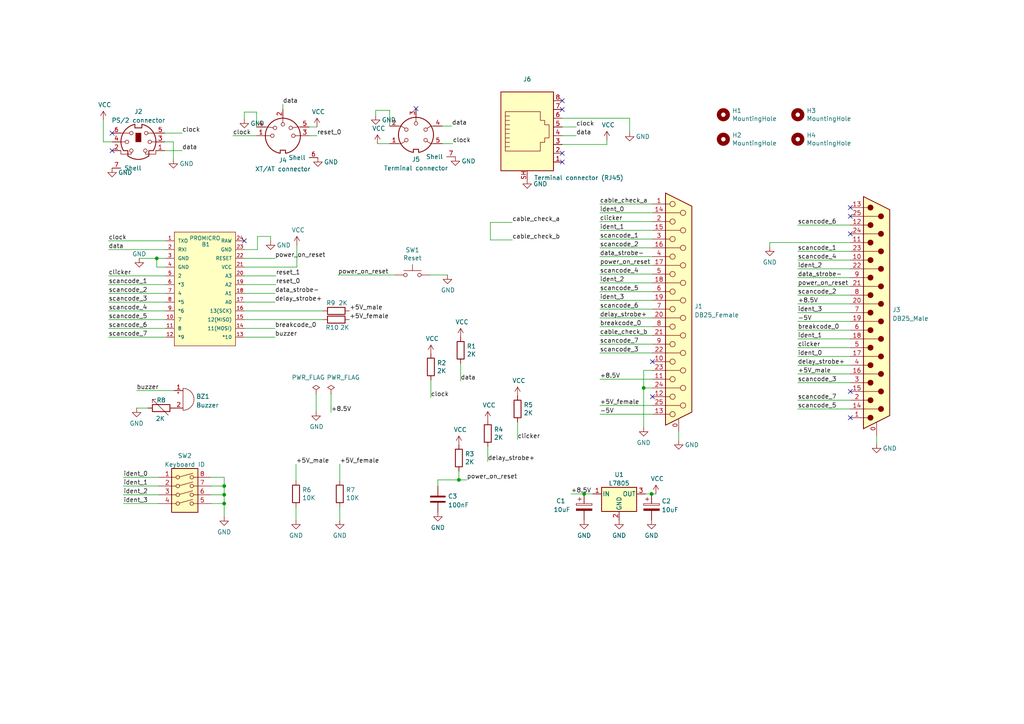
<source format=kicad_sch>
(kicad_sch (version 20211123) (generator eeschema)
  (paper "A4")
  (title_block (title "Save-a-Term ") (date "2022-09-11") (rev "1") (comment 1 "https://github.com/inmbolmie/Save-a-Term") (comment 2 "to plug a PS/2 keyboard to a 5251 terminal") (comment 3 "Hardware for a TMK Reverse keyboard converter "))
  (lib_symbols
    (symbol "Connector:DB25_Female_MountingHoles" (pin_names (offset 1.016) hide)
      (property "Reference" "J" (at 0 36.83 0))
      (property "Value" "DB25_Female_MountingHoles" (at 0 34.925 0))
      (symbol "DB25_Female_MountingHoles_0_1"
        (circle (center -1.778 -30.48) (radius 0.762))
        (circle (center -1.778 -25.4) (radius 0.762))
        (circle (center -1.778 -20.32) (radius 0.762))
        (circle (center -1.778 -15.24) (radius 0.762))
        (circle (center -1.778 -10.16) (radius 0.762))
        (circle (center -1.778 -5.08) (radius 0.762))
        (circle (center -1.778 0) (radius 0.762))
        (circle (center -1.778 5.08) (radius 0.762))
        (circle (center -1.778 10.16) (radius 0.762))
        (circle (center -1.778 15.24) (radius 0.762))
        (circle (center -1.778 20.32) (radius 0.762))
        (circle (center -1.778 25.4) (radius 0.762))
        (circle (center -1.778 30.48) (radius 0.762))
        (polyline (pts (xy -3.81 -30.48) (xy -2.54 -30.48)))
        (polyline (pts (xy -3.81 -27.94) (xy 0.508 -27.94)))
        (polyline (pts (xy -3.81 -25.4) (xy -2.54 -25.4)))
        (polyline (pts (xy -3.81 -22.86) (xy 0.508 -22.86)))
        (polyline (pts (xy -3.81 -20.32) (xy -2.54 -20.32)))
        (polyline (pts (xy -3.81 -17.78) (xy 0.508 -17.78)))
        (polyline (pts (xy -3.81 -15.24) (xy -2.54 -15.24)))
        (polyline (pts (xy -3.81 -12.7) (xy 0.508 -12.7)))
        (polyline (pts (xy -3.81 -10.16) (xy -2.54 -10.16)))
        (polyline (pts (xy -3.81 -7.62) (xy 0.508 -7.62)))
        (polyline (pts (xy -3.81 -5.08) (xy -2.54 -5.08)))
        (polyline (pts (xy -3.81 -2.54) (xy 0.508 -2.54)))
        (polyline (pts (xy -3.81 0) (xy -2.54 0)))
        (polyline (pts (xy -3.81 2.54) (xy 0.508 2.54)))
        (polyline (pts (xy -3.81 5.08) (xy -2.54 5.08)))
        (polyline (pts (xy -3.81 7.62) (xy 0.508 7.62)))
        (polyline (pts (xy -3.81 10.16) (xy -2.54 10.16)))
        (polyline (pts (xy -3.81 12.7) (xy 0.508 12.7)))
        (polyline (pts (xy -3.81 15.24) (xy -2.54 15.24)))
        (polyline (pts (xy -3.81 17.78) (xy 0.508 17.78)))
        (polyline (pts (xy -3.81 20.32) (xy -2.54 20.32)))
        (polyline (pts (xy -3.81 22.86) (xy 0.508 22.86)))
        (polyline (pts (xy -3.81 25.4) (xy -2.54 25.4)))
        (polyline (pts (xy -3.81 27.94) (xy 0.508 27.94)))
        (polyline (pts (xy -3.81 30.48) (xy -2.54 30.48)))
        (polyline (pts (xy -3.81 33.655) (xy 3.81 29.845) (xy 3.81 -29.845) (xy -3.81 -33.655) (xy -3.81 33.655)) (stroke (width 0.254)) (fill (type background)))
        (circle (center 1.27 -27.94) (radius 0.762))
        (circle (center 1.27 -22.86) (radius 0.762))
        (circle (center 1.27 -17.78) (radius 0.762))
        (circle (center 1.27 -12.7) (radius 0.762))
        (circle (center 1.27 -7.62) (radius 0.762))
        (circle (center 1.27 -2.54) (radius 0.762))
        (circle (center 1.27 2.54) (radius 0.762))
        (circle (center 1.27 7.62) (radius 0.762))
        (circle (center 1.27 12.7) (radius 0.762))
        (circle (center 1.27 17.78) (radius 0.762))
        (circle (center 1.27 22.86) (radius 0.762))
        (circle (center 1.27 27.94) (radius 0.762))
      )
      (symbol "DB25_Female_MountingHoles_1_1"
        (pin passive line (at 0 -35.56 90) (length 3.81) (name "PAD") (number "0"))
        (pin passive line (at -7.62 30.48 0) (length 3.81) (name "1") (number "1"))
        (pin passive line (at -7.62 -15.24 0) (length 3.81) (name "10") (number "10"))
        (pin passive line (at -7.62 -20.32 0) (length 3.81) (name "11") (number "11"))
        (pin passive line (at -7.62 -25.4 0) (length 3.81) (name "12") (number "12"))
        (pin passive line (at -7.62 -30.48 0) (length 3.81) (name "13") (number "13"))
        (pin passive line (at -7.62 27.94 0) (length 3.81) (name "P14") (number "14"))
        (pin passive line (at -7.62 22.86 0) (length 3.81) (name "P15") (number "15"))
        (pin passive line (at -7.62 17.78 0) (length 3.81) (name "P16") (number "16"))
        (pin passive line (at -7.62 12.7 0) (length 3.81) (name "P17") (number "17"))
        (pin passive line (at -7.62 7.62 0) (length 3.81) (name "P18") (number "18"))
        (pin passive line (at -7.62 2.54 0) (length 3.81) (name "P19") (number "19"))
        (pin passive line (at -7.62 25.4 0) (length 3.81) (name "2") (number "2"))
        (pin passive line (at -7.62 -2.54 0) (length 3.81) (name "P20") (number "20"))
        (pin passive line (at -7.62 -7.62 0) (length 3.81) (name "P21") (number "21"))
        (pin passive line (at -7.62 -12.7 0) (length 3.81) (name "P22") (number "22"))
        (pin passive line (at -7.62 -17.78 0) (length 3.81) (name "P23") (number "23"))
        (pin passive line (at -7.62 -22.86 0) (length 3.81) (name "P24") (number "24"))
        (pin passive line (at -7.62 -27.94 0) (length 3.81) (name "P25") (number "25"))
        (pin passive line (at -7.62 20.32 0) (length 3.81) (name "3") (number "3"))
        (pin passive line (at -7.62 15.24 0) (length 3.81) (name "4") (number "4"))
        (pin passive line (at -7.62 10.16 0) (length 3.81) (name "5") (number "5"))
        (pin passive line (at -7.62 5.08 0) (length 3.81) (name "6") (number "6"))
        (pin passive line (at -7.62 0 0) (length 3.81) (name "7") (number "7"))
        (pin passive line (at -7.62 -5.08 0) (length 3.81) (name "8") (number "8"))
        (pin passive line (at -7.62 -10.16 0) (length 3.81) (name "9") (number "9"))
      )
    )
    (symbol "Connector:DB25_Male_MountingHoles" (pin_names (offset 1.016) hide)
      (property "Reference" "J" (at 0 36.83 0))
      (property "Value" "DB25_Male_MountingHoles" (at 0 34.925 0))
      (symbol "DB25_Male_MountingHoles_0_1"
        (circle (center -1.778 -30.48) (radius 0.762) (fill (type outline)))
        (circle (center -1.778 -25.4) (radius 0.762) (fill (type outline)))
        (circle (center -1.778 -20.32) (radius 0.762) (fill (type outline)))
        (circle (center -1.778 -15.24) (radius 0.762) (fill (type outline)))
        (circle (center -1.778 -10.16) (radius 0.762) (fill (type outline)))
        (circle (center -1.778 -5.08) (radius 0.762) (fill (type outline)))
        (circle (center -1.778 0) (radius 0.762) (fill (type outline)))
        (circle (center -1.778 5.08) (radius 0.762) (fill (type outline)))
        (circle (center -1.778 10.16) (radius 0.762) (fill (type outline)))
        (circle (center -1.778 15.24) (radius 0.762) (fill (type outline)))
        (circle (center -1.778 20.32) (radius 0.762) (fill (type outline)))
        (circle (center -1.778 25.4) (radius 0.762) (fill (type outline)))
        (circle (center -1.778 30.48) (radius 0.762) (fill (type outline)))
        (polyline (pts (xy -3.81 -30.48) (xy -2.54 -30.48)))
        (polyline (pts (xy -3.81 -27.94) (xy 0.508 -27.94)))
        (polyline (pts (xy -3.81 -25.4) (xy -2.54 -25.4)))
        (polyline (pts (xy -3.81 -22.86) (xy 0.508 -22.86)))
        (polyline (pts (xy -3.81 -20.32) (xy -2.54 -20.32)))
        (polyline (pts (xy -3.81 -17.78) (xy 0.508 -17.78)))
        (polyline (pts (xy -3.81 -15.24) (xy -2.54 -15.24)))
        (polyline (pts (xy -3.81 -12.7) (xy 0.508 -12.7)))
        (polyline (pts (xy -3.81 -10.16) (xy -2.54 -10.16)))
        (polyline (pts (xy -3.81 -7.62) (xy 0.508 -7.62)))
        (polyline (pts (xy -3.81 -5.08) (xy -2.54 -5.08)))
        (polyline (pts (xy -3.81 -2.54) (xy 0.508 -2.54)))
        (polyline (pts (xy -3.81 0) (xy -2.54 0)))
        (polyline (pts (xy -3.81 2.54) (xy 0.508 2.54)))
        (polyline (pts (xy -3.81 5.08) (xy -2.54 5.08)))
        (polyline (pts (xy -3.81 7.62) (xy 0.508 7.62)))
        (polyline (pts (xy -3.81 10.16) (xy -2.54 10.16)))
        (polyline (pts (xy -3.81 12.7) (xy 0.508 12.7)))
        (polyline (pts (xy -3.81 15.24) (xy -2.54 15.24)))
        (polyline (pts (xy -3.81 17.78) (xy 0.508 17.78)))
        (polyline (pts (xy -3.81 20.32) (xy -2.54 20.32)))
        (polyline (pts (xy -3.81 22.86) (xy 0.508 22.86)))
        (polyline (pts (xy -3.81 25.4) (xy -2.54 25.4)))
        (polyline (pts (xy -3.81 27.94) (xy 0.508 27.94)))
        (polyline (pts (xy -3.81 30.48) (xy -2.54 30.48)))
        (polyline (pts (xy -3.81 -33.655) (xy 3.81 -29.845) (xy 3.81 29.845) (xy -3.81 33.655) (xy -3.81 -33.655)) (stroke (width 0.254)) (fill (type background)))
        (circle (center 1.27 -27.94) (radius 0.762) (fill (type outline)))
        (circle (center 1.27 -22.86) (radius 0.762) (fill (type outline)))
        (circle (center 1.27 -17.78) (radius 0.762) (fill (type outline)))
        (circle (center 1.27 -12.7) (radius 0.762) (fill (type outline)))
        (circle (center 1.27 -7.62) (radius 0.762) (fill (type outline)))
        (circle (center 1.27 -2.54) (radius 0.762) (fill (type outline)))
        (circle (center 1.27 2.54) (radius 0.762) (fill (type outline)))
        (circle (center 1.27 7.62) (radius 0.762) (fill (type outline)))
        (circle (center 1.27 12.7) (radius 0.762) (fill (type outline)))
        (circle (center 1.27 17.78) (radius 0.762) (fill (type outline)))
        (circle (center 1.27 22.86) (radius 0.762) (fill (type outline)))
        (circle (center 1.27 27.94) (radius 0.762) (fill (type outline)))
      )
      (symbol "DB25_Male_MountingHoles_1_1"
        (pin passive line (at 0 -35.56 90) (length 3.81) (name "PAD") (number "0"))
        (pin passive line (at -7.62 -30.48 0) (length 3.81) (name "1") (number "1"))
        (pin passive line (at -7.62 15.24 0) (length 3.81) (name "10") (number "10"))
        (pin passive line (at -7.62 20.32 0) (length 3.81) (name "11") (number "11"))
        (pin passive line (at -7.62 25.4 0) (length 3.81) (name "12") (number "12"))
        (pin passive line (at -7.62 30.48 0) (length 3.81) (name "13") (number "13"))
        (pin passive line (at -7.62 -27.94 0) (length 3.81) (name "P14") (number "14"))
        (pin passive line (at -7.62 -22.86 0) (length 3.81) (name "P15") (number "15"))
        (pin passive line (at -7.62 -17.78 0) (length 3.81) (name "P16") (number "16"))
        (pin passive line (at -7.62 -12.7 0) (length 3.81) (name "P17") (number "17"))
        (pin passive line (at -7.62 -7.62 0) (length 3.81) (name "P18") (number "18"))
        (pin passive line (at -7.62 -2.54 0) (length 3.81) (name "P19") (number "19"))
        (pin passive line (at -7.62 -25.4 0) (length 3.81) (name "2") (number "2"))
        (pin passive line (at -7.62 2.54 0) (length 3.81) (name "P20") (number "20"))
        (pin passive line (at -7.62 7.62 0) (length 3.81) (name "P21") (number "21"))
        (pin passive line (at -7.62 12.7 0) (length 3.81) (name "P22") (number "22"))
        (pin passive line (at -7.62 17.78 0) (length 3.81) (name "P23") (number "23"))
        (pin passive line (at -7.62 22.86 0) (length 3.81) (name "P24") (number "24"))
        (pin passive line (at -7.62 27.94 0) (length 3.81) (name "P25") (number "25"))
        (pin passive line (at -7.62 -20.32 0) (length 3.81) (name "3") (number "3"))
        (pin passive line (at -7.62 -15.24 0) (length 3.81) (name "4") (number "4"))
        (pin passive line (at -7.62 -10.16 0) (length 3.81) (name "5") (number "5"))
        (pin passive line (at -7.62 -5.08 0) (length 3.81) (name "6") (number "6"))
        (pin passive line (at -7.62 0 0) (length 3.81) (name "7") (number "7"))
        (pin passive line (at -7.62 5.08 0) (length 3.81) (name "8") (number "8"))
        (pin passive line (at -7.62 10.16 0) (length 3.81) (name "9") (number "9"))
      )
    )
    (symbol "Connector:DIN-5" (pin_names (offset 1.016))
      (property "Reference" "J5" (at 0.0001 -7.1104 0))
      (property "Value" "Terminal connector" (at 0.0001 -9.6473 0))
      (symbol "DIN-5_0_1"
        (arc (start -5.08 0) (mid -3.8597 -3.3379) (end -0.762 -5.08) (stroke (width 0.254)))
        (circle (center -2.794 -1.524) (radius 0.508))
        (circle (center -2.794 1.524) (radius 0.508))
        (polyline (pts (xy 0 5.08) (xy 0 3.81)))
        (polyline (pts (xy -5.08 -2.54) (xy -4.318 -2.54) (xy -3.175 -1.905)))
        (polyline (pts (xy -5.08 2.54) (xy -4.318 2.54) (xy -3.175 1.905)))
        (polyline (pts (xy 5.08 -2.54) (xy 4.318 -2.54) (xy 3.175 -1.905)))
        (polyline (pts (xy 5.08 2.54) (xy 4.318 2.54) (xy 3.175 1.905)))
        (polyline (pts (xy -0.762 -4.953) (xy -0.762 -4.191) (xy 0.762 -4.191) (xy 0.762 -4.953)) (stroke (width 0.254)))
        (circle (center 0 3.302) (radius 0.508))
        (arc (start 0.762 -5.08) (mid 3.8673 -3.3444) (end 5.08 0) (stroke (width 0.254)))
        (circle (center 2.794 -1.524) (radius 0.508))
        (circle (center 2.794 1.524) (radius 0.508))
        (arc (start 5.08 0) (mid 0 5.08) (end -5.08 0) (stroke (width 0.254)))
      )
      (symbol "DIN-5_1_1"
        (pin passive line (at -7.62 -2.54 0) (length 2.54) (name "~") (number "1"))
        (pin passive line (at -7.62 2.54 0) (length 2.54) (name "~") (number "2"))
        (pin passive line (at 0 7.62 270) (length 2.54) (name "~") (number "3"))
        (pin passive line (at 7.62 2.54 180) (length 2.54) (name "~") (number "4"))
        (pin passive line (at 7.62 -2.54 180) (length 2.54) (name "~") (number "5"))
        (pin passive line (at 11.43 -6.35 180) (length 2.54) (name "Shell") (number "7"))
      )
    )
    (symbol "Connector:DIN-5_180degree" (pin_names (offset 1.016))
      (property "Reference" "J4" (at 0.0001 -7.1104 0))
      (property "Value" "XT/AT connector" (at 0.0001 -9.6473 0))
      (symbol "DIN-5_180degree_0_1"
        (arc (start -5.08 0) (mid -3.8597 -3.3379) (end -0.762 -5.08) (stroke (width 0.254)))
        (circle (center -3.048 0) (radius 0.508))
        (circle (center -2.286 2.286) (radius 0.508))
        (polyline (pts (xy -5.08 0) (xy -3.556 0)))
        (polyline (pts (xy 0 5.08) (xy 0 3.81)))
        (polyline (pts (xy 5.08 0) (xy 3.556 0)))
        (polyline (pts (xy -5.08 2.54) (xy -4.318 2.54) (xy -2.794 2.286)))
        (polyline (pts (xy 5.08 2.54) (xy 4.318 2.54) (xy 2.794 2.286)))
        (polyline (pts (xy -0.762 -4.953) (xy -0.762 -4.191) (xy 0.762 -4.191) (xy 0.762 -4.953)) (stroke (width 0.254)))
        (circle (center 0 3.302) (radius 0.508))
        (arc (start 0.762 -5.08) (mid 3.8673 -3.3444) (end 5.08 0) (stroke (width 0.254)))
        (circle (center 2.286 2.286) (radius 0.508))
        (circle (center 3.048 0) (radius 0.508))
        (arc (start 5.08 0) (mid 0 5.08) (end -5.08 0) (stroke (width 0.254)))
      )
      (symbol "DIN-5_180degree_1_1"
        (pin passive line (at -7.62 0 0) (length 2.54) (name "~") (number "1"))
        (pin passive line (at 0 7.62 270) (length 2.54) (name "~") (number "2"))
        (pin passive line (at 7.62 0 180) (length 2.54) (name "~") (number "3"))
        (pin passive line (at -7.62 2.54 0) (length 2.54) (name "~") (number "4"))
        (pin passive line (at 7.62 2.54 180) (length 2.54) (name "~") (number "5"))
        (pin passive line (at 10.16 -6.35 180) (length 2.54) (name "Shell") (number "6"))
      )
    )
    (symbol "Connector:Mini-DIN-6" (pin_names (offset 1.016))
      (property "Reference" "J2" (at 0.0177 8.7798 0))
      (property "Value" "PS/2 connector" (at 0.0177 6.2429 0))
      (symbol "Mini-DIN-6_0_1"
        (circle (center -3.302 0) (radius 0.508))
        (arc (start -3.048 -4.064) (mid 0 -5.08) (end 3.048 -4.064) (stroke (width 0.254)))
        (circle (center -2.032 -2.54) (radius 0.508))
        (circle (center -2.032 2.54) (radius 0.508))
        (arc (start -1.016 5.08) (mid -4.6243 2.1182) (end -4.318 -2.54) (stroke (width 0.254)))
        (rectangle (start -0.762 2.54) (end 0.762 0) (fill (type outline)))
        (polyline (pts (xy -3.81 0) (xy -5.08 0)))
        (polyline (pts (xy -2.54 2.54) (xy -5.08 2.54)))
        (polyline (pts (xy 2.794 2.54) (xy 5.08 2.54)))
        (polyline (pts (xy 5.08 0) (xy 3.81 0)))
        (polyline (pts (xy -4.318 -2.54) (xy -3.048 -2.54) (xy -3.048 -4.064)) (stroke (width 0.254)))
        (polyline (pts (xy 4.318 -2.54) (xy 3.048 -2.54) (xy 3.048 -4.064)) (stroke (width 0.254)))
        (polyline (pts (xy -2.032 -3.048) (xy -2.032 -3.556) (xy -5.08 -3.556) (xy -5.08 -2.54)))
        (polyline (pts (xy -1.016 5.08) (xy -1.016 4.064) (xy 1.016 4.064) (xy 1.016 5.08)) (stroke (width 0.254)))
        (polyline (pts (xy 2.032 -3.048) (xy 2.032 -3.556) (xy 5.08 -3.556) (xy 5.08 -2.54)))
        (circle (center 2.032 -2.54) (radius 0.508))
        (circle (center 2.286 2.54) (radius 0.508))
        (circle (center 3.302 0) (radius 0.508))
        (arc (start 4.318 -2.54) (mid 4.6646 2.1357) (end 1.016 5.08) (stroke (width 0.254)))
      )
      (symbol "Mini-DIN-6_1_1"
        (pin passive line (at 7.62 -2.54 180) (length 2.54) (name "~") (number "1"))
        (pin passive line (at -7.62 -2.54 0) (length 2.54) (name "~") (number "2"))
        (pin passive line (at 7.62 0 180) (length 2.54) (name "~") (number "3"))
        (pin passive line (at -7.62 0 0) (length 2.54) (name "~") (number "4"))
        (pin passive line (at 7.62 2.54 180) (length 2.54) (name "~") (number "5"))
        (pin passive line (at -7.62 2.54 0) (length 2.54) (name "~") (number "6"))
        (pin passive line (at -7.62 -7.62 0) (length 2.54) (name "Shell") (number "7"))
      )
    )
    (symbol "Connector:RJ45_Shielded" (pin_names (offset 1.016))
      (property "Reference" "J" (at -5.08 13.97 0))
      (property "Value" "RJ45_Shielded" (at 2.54 13.97 0))
      (symbol "RJ45_Shielded_0_1"
        (polyline (pts (xy -5.08 4.445) (xy -6.35 4.445)))
        (polyline (pts (xy -5.08 5.715) (xy -6.35 5.715)))
        (polyline (pts (xy -6.35 -3.175) (xy -5.08 -3.175) (xy -5.08 -3.175)))
        (polyline (pts (xy -6.35 -1.905) (xy -5.08 -1.905) (xy -5.08 -1.905)))
        (polyline (pts (xy -6.35 -0.635) (xy -5.08 -0.635) (xy -5.08 -0.635)))
        (polyline (pts (xy -6.35 0.635) (xy -5.08 0.635) (xy -5.08 0.635)))
        (polyline (pts (xy -6.35 1.905) (xy -5.08 1.905) (xy -5.08 1.905)))
        (polyline (pts (xy -5.08 3.175) (xy -6.35 3.175) (xy -6.35 3.175)))
        (polyline (pts (xy -6.35 -4.445) (xy -6.35 6.985) (xy 3.81 6.985) (xy 3.81 4.445) (xy 5.08 4.445) (xy 5.08 3.175) (xy 6.35 3.175) (xy 6.35 -0.635) (xy 5.08 -0.635) (xy 5.08 -1.905) (xy 3.81 -1.905) (xy 3.81 -4.445) (xy -6.35 -4.445) (xy -6.35 -4.445)))
        (rectangle (start 7.62 12.7) (end -7.62 -10.16) (stroke (width 0.254)) (fill (type background)))
      )
      (symbol "RJ45_Shielded_1_1"
        (pin passive line (at 10.16 -7.62 180) (length 2.54) (name "~") (number "1"))
        (pin passive line (at 10.16 -5.08 180) (length 2.54) (name "~") (number "2"))
        (pin passive line (at 10.16 -2.54 180) (length 2.54) (name "~") (number "3"))
        (pin passive line (at 10.16 0 180) (length 2.54) (name "~") (number "4"))
        (pin passive line (at 10.16 2.54 180) (length 2.54) (name "~") (number "5"))
        (pin passive line (at 10.16 5.08 180) (length 2.54) (name "~") (number "6"))
        (pin passive line (at 10.16 7.62 180) (length 2.54) (name "~") (number "7"))
        (pin passive line (at 10.16 10.16 180) (length 2.54) (name "~") (number "8"))
        (pin passive line (at 0 -12.7 90) (length 2.54) (name "~") (number "SH"))
      )
    )
    (symbol "Device:Buzzer" (pin_names (offset 0.0254) hide)
      (property "Reference" "BZ" (at 3.81 1.27 0))
      (property "Value" "Buzzer" (at 3.81 -1.27 0))
      (symbol "Buzzer_0_1"
        (arc (start 0 -3.175) (mid 3.175 0) (end 0 3.175))
        (polyline (pts (xy -1.651 1.905) (xy -1.143 1.905)))
        (polyline (pts (xy -1.397 2.159) (xy -1.397 1.651)))
        (polyline (pts (xy 0 3.175) (xy 0 -3.175)))
      )
      (symbol "Buzzer_1_1"
        (pin passive line (at -2.54 2.54 0) (length 2.54) (name "-") (number "1"))
        (pin passive line (at -2.54 -2.54 0) (length 2.54) (name "+") (number "2"))
      )
    )
    (symbol "Device:C" (pin_numbers hide) (pin_names (offset 0.254))
      (property "Reference" "C" (at 0.635 2.54 0))
      (property "Value" "C" (at 0.635 -2.54 0))
      (symbol "C_0_1"
        (polyline (pts (xy -2.032 -0.762) (xy 2.032 -0.762)) (stroke (width 0.508)))
        (polyline (pts (xy -2.032 0.762) (xy 2.032 0.762)) (stroke (width 0.508)))
      )
      (symbol "C_1_1"
        (pin passive line (at 0 3.81 270) (length 2.794) (name "~") (number "1"))
        (pin passive line (at 0 -3.81 90) (length 2.794) (name "~") (number "2"))
      )
    )
    (symbol "Device:C_Polarized" (pin_numbers hide) (pin_names (offset 0.254))
      (property "Reference" "C" (at 0.635 2.54 0))
      (property "Value" "C_Polarized" (at 0.635 -2.54 0))
      (symbol "C_Polarized_0_1"
        (rectangle (start -2.286 0.508) (end 2.286 1.016))
        (polyline (pts (xy -1.778 2.286) (xy -0.762 2.286)))
        (polyline (pts (xy -1.27 2.794) (xy -1.27 1.778)))
        (rectangle (start 2.286 -0.508) (end -2.286 -1.016) (fill (type outline)))
      )
      (symbol "C_Polarized_1_1"
        (pin passive line (at 0 3.81 270) (length 2.794) (name "~") (number "1"))
        (pin passive line (at 0 -3.81 90) (length 2.794) (name "~") (number "2"))
      )
    )
    (symbol "Device:R" (pin_numbers hide) (pin_names (offset 0))
      (property "Reference" "R" (at 2.032 0 90))
      (property "Value" "R" (at 0 0 90))
      (symbol "R_0_1"
        (rectangle (start -1.016 -2.54) (end 1.016 2.54) (stroke (width 0.254)))
      )
      (symbol "R_1_1"
        (pin passive line (at 0 3.81 270) (length 1.27) (name "~") (number "1"))
        (pin passive line (at 0 -3.81 90) (length 1.27) (name "~") (number "2"))
      )
    )
    (symbol "Device:R_Variable" (pin_numbers hide) (pin_names (offset 0))
      (property "Reference" "R" (at 2.54 -2.54 90))
      (property "Value" "R_Variable" (at -2.54 -1.27 90))
      (symbol "R_Variable_0_1"
        (rectangle (start -1.016 -2.54) (end 1.016 2.54) (stroke (width 0.254)))
        (polyline (pts (xy 2.54 1.524) (xy 2.54 2.54) (xy 1.524 2.54) (xy 2.54 2.54) (xy -2.032 -2.032)))
      )
      (symbol "R_Variable_1_1"
        (pin passive line (at 0 3.81 270) (length 1.27) (name "~") (number "1"))
        (pin passive line (at 0 -3.81 90) (length 1.27) (name "~") (number "2"))
      )
    )
    (symbol "Mechanical:MountingHole" (pin_names (offset 1.016))
      (property "Reference" "H" (at 0 5.08 0))
      (property "Value" "MountingHole" (at 0 3.175 0))
      (symbol "MountingHole_0_1"
        (circle (center 0 0) (radius 1.27) (stroke (width 1.27)))
      )
    )
    (symbol "Regulator_Linear:L7805" (pin_names (offset 0.254))
      (property "Reference" "U" (at -3.81 3.175 0))
      (property "Value" "L7805" (at 0 3.175 0))
      (symbol "L7805_0_1"
        (rectangle (start -5.08 1.905) (end 5.08 -5.08) (stroke (width 0.254)) (fill (type background)))
      )
      (symbol "L7805_1_1"
        (pin power_in line (at -7.62 0 0) (length 2.54) (name "IN") (number "1"))
        (pin power_in line (at 0 -7.62 90) (length 2.54) (name "GND") (number "2"))
        (pin power_out line (at 7.62 0 180) (length 2.54) (name "OUT") (number "3"))
      )
    )
    (symbol "Switch:SW_DIP_x04" (pin_names (offset 0) hide)
      (property "Reference" "SW" (at 0 8.89 0))
      (property "Value" "SW_DIP_x04" (at 0 -6.35 0))
      (symbol "SW_DIP_x04_0_0"
        (circle (center -2.032 -2.54) (radius 0.508))
        (circle (center -2.032 0) (radius 0.508))
        (circle (center -2.032 2.54) (radius 0.508))
        (circle (center -2.032 5.08) (radius 0.508))
        (polyline (pts (xy -1.524 -2.3876) (xy 2.3622 -1.3462)))
        (polyline (pts (xy -1.524 0.127) (xy 2.3622 1.1684)))
        (polyline (pts (xy -1.524 2.667) (xy 2.3622 3.7084)))
        (polyline (pts (xy -1.524 5.207) (xy 2.3622 6.2484)))
        (circle (center 2.032 -2.54) (radius 0.508))
        (circle (center 2.032 0) (radius 0.508))
        (circle (center 2.032 2.54) (radius 0.508))
        (circle (center 2.032 5.08) (radius 0.508))
      )
      (symbol "SW_DIP_x04_0_1"
        (rectangle (start -3.81 7.62) (end 3.81 -5.08) (stroke (width 0.254)) (fill (type background)))
      )
      (symbol "SW_DIP_x04_1_1"
        (pin passive line (at -7.62 5.08 0) (length 5.08) (name "~") (number "1"))
        (pin passive line (at -7.62 2.54 0) (length 5.08) (name "~") (number "2"))
        (pin passive line (at -7.62 0 0) (length 5.08) (name "~") (number "3"))
        (pin passive line (at -7.62 -2.54 0) (length 5.08) (name "~") (number "4"))
        (pin passive line (at 7.62 -2.54 180) (length 5.08) (name "~") (number "5"))
        (pin passive line (at 7.62 0 180) (length 5.08) (name "~") (number "6"))
        (pin passive line (at 7.62 2.54 180) (length 5.08) (name "~") (number "7"))
        (pin passive line (at 7.62 5.08 180) (length 5.08) (name "~") (number "8"))
      )
    )
    (symbol "Switch:SW_Push" (pin_numbers hide) (pin_names (offset 1.016) hide)
      (property "Reference" "SW" (at 1.27 2.54 0))
      (property "Value" "SW_Push" (at 0 -1.524 0))
      (symbol "SW_Push_0_1"
        (circle (center -2.032 0) (radius 0.508))
        (polyline (pts (xy 0 1.27) (xy 0 3.048)))
        (polyline (pts (xy 2.54 1.27) (xy -2.54 1.27)))
        (circle (center 2.032 0) (radius 0.508))
        (pin passive line (at -5.08 0 0) (length 2.54) (name "1") (number "1"))
        (pin passive line (at 5.08 0 180) (length 2.54) (name "2") (number "2"))
      )
    )
    (symbol "power:GND" (power) (pin_names (offset 0))
      (property "Value" "GND" (at 0 -3.81 0))
      (symbol "GND_0_1"
        (polyline (pts (xy 0 0) (xy 0 -1.27) (xy 1.27 -1.27) (xy 0 -2.54) (xy -1.27 -1.27) (xy 0 -1.27)))
      )
      (symbol "GND_1_1"
        (pin power_in line (at 0 0 270) (length 0) hide (name "GND") (number "1"))
      )
    )
    (symbol "power:PWR_FLAG" (power) (pin_numbers hide) (pin_names (offset 0) hide)
      (property "Value" "PWR_FLAG" (at 0 3.81 0))
      (symbol "PWR_FLAG_0_0"
        (pin power_out line (at 0 0 90) (length 0) (name "pwr") (number "1"))
      )
      (symbol "PWR_FLAG_0_1"
        (polyline (pts (xy 0 0) (xy 0 1.27) (xy -1.016 1.905) (xy 0 2.54) (xy 1.016 1.905) (xy 0 1.27)))
      )
    )
    (symbol "power:VCC" (power) (pin_names (offset 0))
      (property "Value" "VCC" (at 0 3.81 0))
      (symbol "VCC_0_1"
        (polyline (pts (xy -0.762 1.27) (xy 0 2.54)))
        (polyline (pts (xy 0 0) (xy 0 2.54)))
        (polyline (pts (xy 0 2.54) (xy 0.762 1.27)))
      )
      (symbol "VCC_1_1"
        (pin power_in line (at 0 0 90) (length 0) hide (name "VCC") (number "1"))
      )
    )
    (symbol "promicro:SPARKFUN_PRO_MICRO" (pin_names (offset 1.016))
      (property "Reference" "B" (at -8.89 17.78 0))
      (property "Value" "promicro_SPARKFUN_PRO_MICRO" (at -8.89 -19.05 0))
      (property "Field4" "XXX-00000" (at 0 21.59 0))
      (symbol "SPARKFUN_PRO_MICRO_1_1"
        (polyline (pts (xy -8.89 16.51) (xy -8.89 -16.51) (xy 8.89 -16.51) (xy 8.89 16.51) (xy -8.89 16.51)) (fill (type background)))
        (pin bidirectional line (at -11.43 13.97 0) (length 2.54) (name "TXO") (number "1"))
        (pin bidirectional line (at -11.43 -8.89 0) (length 2.54) (name "7") (number "10"))
        (pin bidirectional line (at -11.43 -11.43 0) (length 2.54) (name "8") (number "11"))
        (pin bidirectional line (at -11.43 -13.97 0) (length 2.54) (name "*9") (number "12"))
        (pin bidirectional line (at 11.43 -13.97 180) (length 2.54) (name "*10") (number "13"))
        (pin bidirectional line (at 11.43 -11.43 180) (length 2.54) (name "11(MOSI)") (number "14"))
        (pin bidirectional line (at 11.43 -8.89 180) (length 2.54) (name "12(MISO)") (number "15"))
        (pin bidirectional line (at 11.43 -6.35 180) (length 2.54) (name "13(SCK)") (number "16"))
        (pin bidirectional line (at 11.43 -3.81 180) (length 2.54) (name "A0") (number "17"))
        (pin bidirectional line (at 11.43 -1.27 180) (length 2.54) (name "A1") (number "18"))
        (pin bidirectional line (at 11.43 1.27 180) (length 2.54) (name "A2") (number "19"))
        (pin bidirectional line (at -11.43 11.43 0) (length 2.54) (name "RXI") (number "2"))
        (pin bidirectional line (at 11.43 3.81 180) (length 2.54) (name "A3") (number "20"))
        (pin power_in line (at 11.43 6.35 180) (length 2.54) (name "VCC") (number "21"))
        (pin bidirectional line (at 11.43 8.89 180) (length 2.54) (name "RESET") (number "22"))
        (pin power_in line (at 11.43 11.43 180) (length 2.54) (name "GND") (number "23"))
        (pin power_in line (at 11.43 13.97 180) (length 2.54) (name "RAW") (number "24"))
        (pin power_in line (at -11.43 8.89 0) (length 2.54) (name "GND") (number "3"))
        (pin power_in line (at -11.43 6.35 0) (length 2.54) (name "GND") (number "4"))
        (pin bidirectional line (at -11.43 3.81 0) (length 2.54) (name "2") (number "5"))
        (pin bidirectional line (at -11.43 1.27 0) (length 2.54) (name "*3") (number "6"))
        (pin bidirectional line (at -11.43 -1.27 0) (length 2.54) (name "4") (number "7"))
        (pin bidirectional line (at -11.43 -3.81 0) (length 2.54) (name "*5") (number "8"))
        (pin bidirectional line (at -11.43 -6.35 0) (length 2.54) (name "*6") (number "9"))
      )
    )
  )
  (junction (at 188.976 143.256))
  (junction (at 65.024 146.05))
  (junction (at 133.096 139.192))
  (junction (at 45.466 74.93))
  (junction (at 186.69 112.522))
  (junction (at 65.024 143.51))
  (junction (at 169.418 143.256))
  (junction (at 65.024 140.97))
  (no_connect (at 163.068 46.99))
  (no_connect (at 32.512 43.688))
  (no_connect (at 70.866 69.85))
  (no_connect (at 189.23 104.902))
  (no_connect (at 163.068 31.75))
  (no_connect (at 246.634 121.158))
  (no_connect (at 246.634 60.198))
  (no_connect (at 246.634 113.538))
  (no_connect (at 163.068 29.21))
  (no_connect (at 163.068 44.45))
  (no_connect (at 120.65 31.496))
  (no_connect (at 189.23 115.062))
  (no_connect (at 246.634 67.818))
  (no_connect (at 246.634 62.738))
  (no_connect (at 32.512 38.608))
  (wire (pts (xy 48.006 97.79) (xy 31.496 97.79)))
  (wire (pts (xy 189.23 109.982) (xy 173.99 109.982)))
  (wire (pts (xy 61.214 143.51) (xy 65.024 143.51)))
  (wire (pts (xy 223.266 70.358) (xy 223.266 71.628)))
  (wire (pts (xy 186.69 107.442) (xy 186.69 112.522)))
  (wire (pts (xy 31.496 92.71) (xy 48.006 92.71)))
  (wire (pts (xy 246.634 116.078) (xy 231.394 116.078)))
  (wire (pts (xy 31.496 69.85) (xy 48.006 69.85)))
  (wire (pts (xy 31.496 90.17) (xy 48.006 90.17)))
  (wire (pts (xy 78.486 68.58) (xy 78.486 69.85)))
  (wire (pts (xy 79.756 87.63) (xy 70.866 87.63)))
  (wire (pts (xy 61.214 146.05) (xy 65.024 146.05)))
  (wire (pts (xy 31.496 85.09) (xy 48.006 85.09)))
  (wire (pts (xy 189.23 79.502) (xy 173.99 79.502)))
  (wire (pts (xy 189.23 71.882) (xy 173.99 71.882)))
  (wire (pts (xy 231.394 108.458) (xy 246.634 108.458)))
  (wire (pts (xy 45.974 140.97) (xy 35.814 140.97)))
  (wire (pts (xy 167.132 39.37) (xy 163.068 39.37)))
  (wire (pts (xy 246.634 88.138) (xy 231.394 88.138)))
  (wire (pts (xy 98.552 147.066) (xy 98.552 150.876)))
  (wire (pts (xy 176.022 41.91) (xy 176.022 40.64)))
  (wire (pts (xy 74.422 36.83) (xy 74.422 32.512)))
  (wire (pts (xy 189.23 94.742) (xy 173.99 94.742)))
  (wire (pts (xy 128.27 41.656) (xy 131.318 41.656)))
  (wire (pts (xy 47.752 38.608) (xy 52.832 38.608)))
  (wire (pts (xy 246.634 103.378) (xy 231.394 103.378)))
  (wire (pts (xy 45.466 77.47) (xy 45.466 74.93)))
  (wire (pts (xy 48.006 82.55) (xy 31.496 82.55)))
  (wire (pts (xy 70.866 90.17) (xy 93.726 90.17)))
  (wire (pts (xy 47.752 43.688) (xy 52.832 43.688)))
  (wire (pts (xy 246.634 65.278) (xy 231.394 65.278)))
  (wire (pts (xy 189.23 64.262) (xy 173.99 64.262)))
  (wire (pts (xy 113.03 32.004) (xy 108.966 32.004)))
  (wire (pts (xy 189.23 59.182) (xy 173.99 59.182)))
  (wire (pts (xy 61.214 138.43) (xy 65.024 138.43)))
  (wire (pts (xy 48.006 95.25) (xy 31.496 95.25)))
  (wire (pts (xy 189.23 76.962) (xy 173.99 76.962)))
  (wire (pts (xy 163.068 36.83) (xy 167.132 36.83)))
  (wire (pts (xy 189.23 87.122) (xy 173.99 87.122)))
  (wire (pts (xy 29.972 41.148) (xy 32.512 41.148)))
  (wire (pts (xy 127 139.192) (xy 133.096 139.192)))
  (wire (pts (xy 113.03 36.576) (xy 113.03 32.004)))
  (wire (pts (xy 188.976 143.256) (xy 187.198 143.256)))
  (wire (pts (xy 148.59 64.516) (xy 142.24 64.516)))
  (wire (pts (xy 189.23 82.042) (xy 173.99 82.042)))
  (wire (pts (xy 186.69 112.522) (xy 186.69 123.952)))
  (wire (pts (xy 246.634 85.598) (xy 231.394 85.598)))
  (wire (pts (xy 65.024 138.43) (xy 65.024 140.97)))
  (wire (pts (xy 74.676 68.58) (xy 78.486 68.58)))
  (wire (pts (xy 189.23 74.422) (xy 173.99 74.422)))
  (wire (pts (xy 70.866 77.47) (xy 86.106 77.47)))
  (wire (pts (xy 189.23 69.342) (xy 173.99 69.342)))
  (wire (pts (xy 124.968 110.236) (xy 124.968 115.316)))
  (wire (pts (xy 190.246 143.256) (xy 188.976 143.256)))
  (wire (pts (xy 189.23 120.142) (xy 173.99 120.142)))
  (wire (pts (xy 42.926 118.364) (xy 39.624 118.364)))
  (wire (pts (xy 31.496 80.01) (xy 48.006 80.01)))
  (wire (pts (xy 246.634 83.058) (xy 231.394 83.058)))
  (wire (pts (xy 196.85 125.222) (xy 196.85 127.762)))
  (wire (pts (xy 189.23 107.442) (xy 186.69 107.442)))
  (wire (pts (xy 70.866 92.71) (xy 93.726 92.71)))
  (wire (pts (xy 124.714 79.756) (xy 129.794 79.756)))
  (wire (pts (xy 82.042 31.75) (xy 82.042 30.226)))
  (wire (pts (xy 85.852 147.066) (xy 85.852 150.876)))
  (wire (pts (xy 86.106 71.12) (xy 86.106 77.47)))
  (wire (pts (xy 246.634 72.898) (xy 231.394 72.898)))
  (wire (pts (xy 173.99 117.602) (xy 189.23 117.602)))
  (wire (pts (xy 74.422 32.512) (xy 70.866 32.512)))
  (wire (pts (xy 70.866 80.01) (xy 80.01 80.01)))
  (wire (pts (xy 135.382 139.192) (xy 133.096 139.192)))
  (wire (pts (xy 189.23 99.822) (xy 173.99 99.822)))
  (wire (pts (xy 246.634 75.438) (xy 231.394 75.438)))
  (wire (pts (xy 65.024 140.97) (xy 65.024 143.51)))
  (wire (pts (xy 163.068 41.91) (xy 176.022 41.91)))
  (wire (pts (xy 189.23 97.282) (xy 173.99 97.282)))
  (wire (pts (xy 70.866 95.25) (xy 79.756 95.25)))
  (wire (pts (xy 45.974 143.51) (xy 35.814 143.51)))
  (wire (pts (xy 113.03 41.656) (xy 109.474 41.656)))
  (wire (pts (xy 189.23 102.362) (xy 173.99 102.362)))
  (wire (pts (xy 182.626 34.29) (xy 182.626 38.354)))
  (wire (pts (xy 70.866 32.512) (xy 70.866 34.544)))
  (wire (pts (xy 65.024 146.05) (xy 65.024 149.86)))
  (wire (pts (xy 96.012 114.3) (xy 96.012 119.634)))
  (wire (pts (xy 80.01 82.55) (xy 70.866 82.55)))
  (wire (pts (xy 189.23 89.662) (xy 173.99 89.662)))
  (wire (pts (xy 61.214 140.97) (xy 65.024 140.97)))
  (wire (pts (xy 133.096 136.652) (xy 133.096 139.192)))
  (wire (pts (xy 70.866 97.79) (xy 79.756 97.79)))
  (wire (pts (xy 141.478 133.858) (xy 141.478 129.54)))
  (wire (pts (xy 142.24 69.596) (xy 148.59 69.596)))
  (wire (pts (xy 128.27 36.576) (xy 131.064 36.576)))
  (wire (pts (xy 70.866 72.39) (xy 74.676 72.39)))
  (wire (pts (xy 223.266 70.358) (xy 246.634 70.358)))
  (wire (pts (xy 85.852 134.62) (xy 85.852 139.446)))
  (wire (pts (xy 98.552 134.62) (xy 98.552 139.446)))
  (wire (pts (xy 142.24 64.516) (xy 142.24 69.596)))
  (wire (pts (xy 189.23 61.722) (xy 173.99 61.722)))
  (wire (pts (xy 48.006 87.63) (xy 31.496 87.63)))
  (wire (pts (xy 70.866 85.09) (xy 79.756 85.09)))
  (wire (pts (xy 169.418 143.256) (xy 171.958 143.256)))
  (wire (pts (xy 65.024 143.51) (xy 65.024 146.05)))
  (wire (pts (xy 48.006 72.39) (xy 31.496 72.39)))
  (wire (pts (xy 29.972 34.798) (xy 29.972 41.148)))
  (wire (pts (xy 246.634 105.918) (xy 231.394 105.918)))
  (wire (pts (xy 189.23 112.522) (xy 186.69 112.522)))
  (wire (pts (xy 74.422 39.37) (xy 67.564 39.37)))
  (wire (pts (xy 150.114 122.428) (xy 150.114 127.508)))
  (wire (pts (xy 165.608 143.256) (xy 169.418 143.256)))
  (wire (pts (xy 48.006 74.93) (xy 45.466 74.93)))
  (wire (pts (xy 246.634 98.298) (xy 231.394 98.298)))
  (wire (pts (xy 91.694 119.38) (xy 91.694 114.3)))
  (wire (pts (xy 108.966 32.004) (xy 108.966 33.528)))
  (wire (pts (xy 246.634 80.518) (xy 231.394 80.518)))
  (wire (pts (xy 48.006 77.47) (xy 45.466 77.47)))
  (wire (pts (xy 163.068 34.29) (xy 182.626 34.29)))
  (wire (pts (xy 246.634 100.838) (xy 231.394 100.838)))
  (wire (pts (xy 246.634 118.618) (xy 231.394 118.618)))
  (wire (pts (xy 70.866 74.93) (xy 79.756 74.93)))
  (wire (pts (xy 254.254 126.238) (xy 254.254 128.778)))
  (wire (pts (xy 189.23 66.802) (xy 173.99 66.802)))
  (wire (pts (xy 45.974 146.05) (xy 35.814 146.05)))
  (wire (pts (xy 45.466 74.93) (xy 40.386 74.93)))
  (wire (pts (xy 89.662 36.83) (xy 91.948 36.83)))
  (wire (pts (xy 246.634 90.678) (xy 231.394 90.678)))
  (wire (pts (xy 246.634 95.758) (xy 231.394 95.758)))
  (wire (pts (xy 127 140.97) (xy 127 139.192)))
  (wire (pts (xy 189.23 84.582) (xy 173.99 84.582)))
  (wire (pts (xy 50.292 41.148) (xy 50.292 46.228)))
  (wire (pts (xy 189.23 92.202) (xy 173.99 92.202)))
  (wire (pts (xy 133.604 105.41) (xy 133.604 110.49)))
  (wire (pts (xy 98.044 79.756) (xy 114.554 79.756)))
  (wire (pts (xy 45.974 138.43) (xy 35.814 138.43)))
  (wire (pts (xy 246.634 110.998) (xy 231.394 110.998)))
  (wire (pts (xy 89.662 39.37) (xy 91.948 39.37)))
  (wire (pts (xy 50.546 113.284) (xy 39.624 113.284)))
  (wire (pts (xy 74.676 68.58) (xy 74.676 72.39)))
  (wire (pts (xy 47.752 41.148) (xy 50.292 41.148)))
  (wire (pts (xy 246.634 93.218) (xy 231.394 93.218)))
  (wire (pts (xy 246.634 77.978) (xy 231.394 77.978)))
  (label "clock" (at 31.496 69.85 0))
  (label "delay_strobe+" (at 79.756 87.63 0))
  (label "ident_3" (at 231.394 90.678 0))
  (label "scancode_4" (at 231.394 75.438 0))
  (label "clicker" (at 31.496 80.01 0))
  (label "clock" (at 52.832 38.608 0))
  (label "scancode_7" (at 231.394 116.078 0))
  (label "data" (at 167.132 39.37 0))
  (label "clicker" (at 173.99 64.262 0))
  (label "scancode_7" (at 31.496 97.79 0))
  (label "data" (at 52.832 43.688 0))
  (label "+5V_female" (at 173.99 117.602 0))
  (label "ident_3" (at 35.814 146.05 0))
  (label "+5V_male" (at 101.346 90.17 0))
  (label "scancode_4" (at 173.99 79.502 0))
  (label "scancode_5" (at 31.496 92.71 0))
  (label "data" (at 133.604 110.49 0))
  (label "buzzer" (at 39.624 113.284 0))
  (label "cable_check_a" (at 173.99 59.182 0))
  (label "ident_0" (at 35.814 138.43 0))
  (label "reset_0" (at 80.01 82.55 0))
  (label "clicker" (at 231.394 100.838 0))
  (label "-5V" (at 173.99 120.142 0))
  (label "+8.5V" (at 231.394 88.138 0))
  (label "scancode_7" (at 173.99 99.822 0))
  (label "breakcode_0" (at 231.394 95.758 0))
  (label "ident_2" (at 231.394 77.978 0))
  (label "scancode_6" (at 231.394 65.278 0))
  (label "+5V_male" (at 85.852 134.62 0))
  (label "power_on_reset" (at 79.756 74.93 0))
  (label "data_strobe-" (at 231.394 80.518 0))
  (label "scancode_1" (at 173.99 69.342 0))
  (label "ident_1" (at 35.814 140.97 0))
  (label "clicker" (at 150.114 127.508 0))
  (label "buzzer" (at 79.756 97.79 0))
  (label "+5V_female" (at 98.552 134.62 0))
  (label "data_strobe-" (at 173.99 74.422 0))
  (label "data" (at 131.064 36.576 0))
  (label "reset_0" (at 91.948 39.37 0))
  (label "scancode_2" (at 173.99 71.882 0))
  (label "ident_2" (at 173.99 82.042 0))
  (label "+8.5V" (at 173.99 109.982 0))
  (label "scancode_6" (at 173.99 89.662 0))
  (label "reset_1" (at 80.01 80.01 0))
  (label "clock" (at 167.132 36.83 0))
  (label "breakcode_0" (at 79.756 95.25 0))
  (label "+8.5V" (at 96.012 119.634 0))
  (label "power_on_reset" (at 98.044 79.756 0))
  (label "cable_check_b" (at 173.99 97.282 0))
  (label "scancode_1" (at 231.394 72.898 0))
  (label "+8.5V" (at 165.608 143.256 0))
  (label "clock" (at 124.968 115.316 0))
  (label "scancode_1" (at 31.496 82.55 0))
  (label "data" (at 31.496 72.39 0))
  (label "power_on_reset" (at 173.99 76.962 0))
  (label "data" (at 82.042 30.226 0))
  (label "scancode_2" (at 231.394 85.598 0))
  (label "power_on_reset" (at 135.382 139.192 0))
  (label "scancode_6" (at 31.496 95.25 0))
  (label "clock" (at 67.564 39.37 0))
  (label "cable_check_a" (at 148.59 64.516 0))
  (label "scancode_5" (at 173.99 84.582 0))
  (label "delay_strobe+" (at 173.99 92.202 0))
  (label "breakcode_0" (at 173.99 94.742 0))
  (label "scancode_3" (at 31.496 87.63 0))
  (label "ident_1" (at 231.394 98.298 0))
  (label "ident_0" (at 173.99 61.722 0))
  (label "+5V_female" (at 101.346 92.71 0))
  (label "delay_strobe+" (at 231.394 105.918 0))
  (label "power_on_reset" (at 231.394 83.058 0))
  (label "scancode_3" (at 173.99 102.362 0))
  (label "ident_2" (at 35.814 143.51 0))
  (label "ident_0" (at 231.394 103.378 0))
  (label "scancode_4" (at 31.496 90.17 0))
  (label "scancode_3" (at 231.394 110.998 0))
  (label "ident_3" (at 173.99 87.122 0))
  (label "+5V_male" (at 231.394 108.458 0))
  (label "scancode_2" (at 31.496 85.09 0))
  (label "delay_strobe+" (at 141.478 133.858 0))
  (label "cable_check_b" (at 148.59 69.596 0))
  (label "data_strobe-" (at 79.756 85.09 0))
  (label "scancode_5" (at 231.394 118.618 0))
  (label "clock" (at 131.318 41.656 0))
  (label "ident_1" (at 173.99 66.802 0))
  (label "-5V" (at 231.394 93.218 0))
  (symbol (lib_id "promicro:SPARKFUN_PRO_MICRO") (at 59.436 83.82 0) (unit 1) (in_bom no)
    (property "Reference" "B1" (at 59.69 70.866 0) (effects (font (size 1.143 1.143))))
    (property "Value" "PROMICRO" (at 59.436 69.088 0) (effects (font (size 1.143 1.143))))
    (property "Footprint" "promicro:SPARKFUN_PRO_MICRO" (effects hide))
  )
  (symbol (lib_id "Switch:SW_Push") (at 119.634 79.756 0) (unit 1)
    (property "Reference" "SW1" (at 119.634 72.517 0))
    (property "Value" "Reset" (at 119.634 74.8284 0))
    (property "Footprint" "Button_Switch_SMD:SW_Push_1P1T_NO_6x6mm_H9.5mm" (effects hide))
    (property "LCSC" "C221880" (effects hide))
  )
  (symbol (lib_id "power:GND") (at 129.794 79.756 0) (unit 1)
    (property "Reference" "#PWR022" (effects hide))
    (property "Value" "GND" (at 129.921 84.1502 0))
  )
  (symbol (lib_id "power:GND") (at 91.694 119.38 0) (unit 1)
    (property "Reference" "#PWR0101" (effects hide))
    (property "Value" "GND" (at 91.821 123.7742 0))
  )
  (symbol (lib_id "power:PWR_FLAG") (at 91.694 114.3 0) (unit 1)
    (property "Reference" "#FLG0102" (effects hide))
    (property "Value" "PWR_FLAG" (at 89.408 109.474 0))
  )
  (symbol (lib_id "power:GND") (at 78.486 69.85 0) (unit 1)
    (property "Reference" "#PWR019" (effects hide))
    (property "Value" "GND" (at 82.296 71.12 0))
  )
  (symbol (lib_id "power:GND") (at 40.386 74.93 0) (unit 1)
    (property "Reference" "#PWR016" (effects hide))
    (property "Value" "GND" (at 40.386 73.66 0))
  )
  (symbol (lib_id "Device:R") (at 133.604 101.6 0) (unit 1)
    (property "Reference" "R1" (at 135.382 100.4316 0) (effects (justify left)))
    (property "Value" "2K" (at 135.382 102.743 0) (effects (justify left)))
    (property "Footprint" "Resistor_SMD:R_0603_1608Metric" (effects hide))
    (property "LCSC" "C269690" (effects hide))
  )
  (symbol (lib_id "power:VCC") (at 133.604 97.79 0) (unit 1)
    (property "Reference" "#PWR05" (effects hide))
    (property "Value" "VCC" (at 133.985 93.3958 0))
  )
  (symbol (lib_id "power:VCC") (at 86.106 71.12 0) (unit 1)
    (property "Reference" "#PWR020" (effects hide))
    (property "Value" "VCC" (at 86.487 66.7258 0))
  )
  (symbol (lib_id "Mechanical:MountingHole") (at 209.804 33.274 0) (unit 1) (in_bom no)
    (property "Reference" "H1" (at 212.344 32.1056 0) (effects (justify left)))
    (property "Value" "MountingHole" (at 212.344 34.417 0) (effects (justify left)))
    (property "Footprint" "MountingHole:MountingHole_3.2mm_M3" (effects hide))
  )
  (symbol (lib_id "Mechanical:MountingHole") (at 209.804 40.386 0) (unit 1) (in_bom no)
    (property "Reference" "H2" (at 212.344 39.2176 0) (effects (justify left)))
    (property "Value" "MountingHole" (at 212.344 41.529 0) (effects (justify left)))
    (property "Footprint" "MountingHole:MountingHole_3.2mm_M3" (effects hide))
  )
  (symbol (lib_id "Mechanical:MountingHole") (at 231.394 33.274 0) (unit 1) (in_bom no)
    (property "Reference" "H3" (at 233.934 32.1056 0) (effects (justify left)))
    (property "Value" "MountingHole" (at 233.934 34.417 0) (effects (justify left)))
    (property "Footprint" "MountingHole:MountingHole_3.2mm_M3" (effects hide))
  )
  (symbol (lib_id "Mechanical:MountingHole") (at 231.394 40.386 0) (unit 1) (in_bom no)
    (property "Reference" "H4" (at 233.934 39.2176 0) (effects (justify left)))
    (property "Value" "MountingHole" (at 233.934 41.529 0) (effects (justify left)))
    (property "Footprint" "MountingHole:MountingHole_3.2mm_M3" (effects hide))
  )
  (symbol (lib_id "power:GND") (at 179.578 150.876 0) (unit 1)
    (property "Reference" "#PWR0105" (effects hide))
    (property "Value" "GND" (at 179.578 155.3194 0))
  )
  (symbol (lib_id "power:PWR_FLAG") (at 96.012 114.3 0) (unit 1)
    (property "Reference" "#FLG0101" (effects hide))
    (property "Value" "PWR_FLAG" (at 99.568 109.474 0))
  )
  (symbol (lib_id "Device:R") (at 97.536 90.17 90) (unit 1)
    (property "Reference" "R9" (at 97.282 87.884 90) (effects (justify left)))
    (property "Value" "2K" (at 100.838 87.884 90) (effects (justify left)))
    (property "Footprint" "Resistor_SMD:R_0603_1608Metric" (effects hide))
    (property "LCSC" "C269690" (effects hide))
  )
  (symbol (lib_id "power:GND") (at 182.626 38.354 0) (unit 1)
    (property "Reference" "#PWR0128" (effects hide))
    (property "Value" "GND" (at 186.436 39.624 0))
  )
  (symbol (lib_id "power:GND") (at 132.08 45.466 0) (unit 1)
    (property "Reference" "#PWR0122" (effects hide))
    (property "Value" "GND" (at 135.89 46.736 0))
  )
  (symbol (lib_id "power:GND") (at 127 148.59 0) (unit 1)
    (property "Reference" "#PWR0110" (effects hide))
    (property "Value" "GND" (at 127 153.0334 0))
  )
  (symbol (lib_id "power:VCC") (at 150.114 114.808 0) (unit 1)
    (property "Reference" "#PWR0113" (effects hide))
    (property "Value" "VCC" (at 150.495 110.4138 0))
  )
  (symbol (lib_id "power:VCC") (at 29.972 34.798 0) (unit 1)
    (property "Reference" "#PWR0108" (effects hide))
    (property "Value" "VCC" (at 30.353 30.4038 0))
  )
  (symbol (lib_id "Device:R_Variable") (at 46.736 118.364 90) (unit 1)
    (property "Reference" "R8" (at 46.736 116.078 90))
    (property "Value" "2K" (at 46.482 121.412 90))
    (property "Footprint" "mis_partes:RES-ADJ-SMD_G43BT" (effects hide))
    (property "LCSC" "C128144" (effects hide))
  )
  (symbol (lib_id "power:GND") (at 186.69 123.952 0) (unit 1)
    (property "Reference" "#PWR0104" (effects hide))
    (property "Value" "GND" (at 186.69 128.3954 0))
  )
  (symbol (lib_id "power:GND") (at 39.624 118.364 0) (unit 1)
    (property "Reference" "#PWR0112" (effects hide))
    (property "Value" "GND" (at 39.624 122.8074 0))
  )
  (symbol (lib_id "Connector:DIN-5_180degree") (at 82.042 39.37 0) (unit 1) (in_bom no)
    (property "Reference" "J4" (at 82.0421 46.4804 0))
    (property "Value" "XT/AT connector" (at 82.0421 49.0173 0))
    (property "Footprint" "mis_partes:DIN-5" (effects hide))
    (property "Datasheet" "http://www.mouser.com/ds/2/18/40_c091_abd_e-75918.pdf" (effects hide))
  )
  (symbol (lib_id "power:GND") (at 169.418 150.876 0) (unit 1)
    (property "Reference" "#PWR0124" (effects hide))
    (property "Value" "GND" (at 169.418 155.3194 0))
  )
  (symbol (lib_id "Device:Buzzer") (at 53.086 115.824 0) (unit 1) (in_bom no)
    (property "Reference" "BZ1" (at 56.896 114.9893 0) (effects (justify left)))
    (property "Value" "Buzzer" (at 56.896 117.5262 0) (effects (justify left)))
    (property "Footprint" "Buzzer_Beeper:Buzzer_12x9.5RM7.6" (effects hide))
  )
  (symbol (lib_id "power:VCC") (at 190.246 143.256 0) (unit 1)
    (property "Reference" "#PWR0114" (effects hide))
    (property "Value" "VCC" (at 190.627 138.8618 0))
  )
  (symbol (lib_id "Device:R") (at 141.478 125.73 0) (unit 1)
    (property "Reference" "R4" (at 143.256 124.5616 0) (effects (justify left)))
    (property "Value" "2K" (at 143.256 126.873 0) (effects (justify left)))
    (property "Footprint" "Resistor_SMD:R_0603_1608Metric" (effects hide))
    (property "LCSC" "C269690" (effects hide))
  )
  (symbol (lib_id "Device:R") (at 124.968 106.426 0) (unit 1)
    (property "Reference" "R2" (at 126.746 105.2576 0) (effects (justify left)))
    (property "Value" "2K" (at 126.746 107.569 0) (effects (justify left)))
    (property "Footprint" "Resistor_SMD:R_0603_1608Metric" (effects hide))
    (property "LCSC" "C269690" (effects hide))
  )
  (symbol (lib_id "power:GND") (at 108.966 33.528 0) (unit 1)
    (property "Reference" "#PWR0120" (effects hide))
    (property "Value" "GND" (at 112.776 34.798 0))
  )
  (symbol (lib_id "Connector:Mini-DIN-6") (at 40.132 41.148 0) (unit 1) (in_bom no)
    (property "Reference" "J2" (at 40.1497 32.3682 0))
    (property "Value" "PS/2 connector" (at 40.1497 34.9051 0))
    (property "Footprint" "ps2:Connector_Mini-DIN_Female_6Pin_2rows" (effects hide))
    (property "Datasheet" "http://service.powerdynamics.com/ec/Catalog17/Section%2011.pdf" (effects hide))
  )
  (symbol (lib_id "Device:C") (at 127 144.78 0) (unit 1)
    (property "Reference" "C3" (at 129.921 143.9453 0) (effects (justify left)))
    (property "Value" "100nF" (at 129.921 146.4822 0) (effects (justify left)))
    (property "Footprint" "Capacitor_SMD:C_0603_1608Metric" (effects hide))
    (property "LCSC" "C14663" (effects hide))
  )
  (symbol (lib_id "Connector:DB25_Female_MountingHoles") (at 196.85 89.662 0) (unit 1) (in_bom no)
    (property "Reference" "J1" (at 201.422 88.8273 0) (effects (justify left)))
    (property "Value" "DB25_Female" (at 201.422 91.3642 0) (effects (justify left)))
    (property "Footprint" "Connector_Dsub:DSUB-25_Female_Horizontal_P2.77x2.84mm_EdgePinOffset7.70mm_Housed_MountingHolesOffset9.12mm" (effects hide))
    (property "Datasheet" " ~" (effects hide))
  )
  (symbol (lib_id "power:GND") (at 32.512 48.768 0) (unit 1)
    (property "Reference" "#PWR0123" (effects hide))
    (property "Value" "GND" (at 36.322 50.038 0))
  )
  (symbol (lib_id "Device:R") (at 150.114 118.618 0) (unit 1)
    (property "Reference" "R5" (at 151.892 117.4496 0) (effects (justify left)))
    (property "Value" "2K" (at 151.892 119.761 0) (effects (justify left)))
    (property "Footprint" "Resistor_SMD:R_0603_1608Metric" (effects hide))
    (property "LCSC" "C269690" (effects hide))
  )
  (symbol (lib_id "power:VCC") (at 176.022 40.64 0) (unit 1)
    (property "Reference" "#PWR0129" (effects hide))
    (property "Value" "VCC" (at 176.403 36.2458 0))
  )
  (symbol (lib_id "Switch:SW_DIP_x04") (at 53.594 143.51 0) (unit 1) (in_bom no)
    (property "Reference" "SW2" (at 53.594 132.1902 0))
    (property "Value" "Keyboard ID" (at 53.594 134.7271 0))
    (property "Footprint" "mis_partes:Dip SW lateral 4" (effects hide))
    (property "LCSC" "C319050" (effects hide))
  )
  (symbol (lib_id "power:VCC") (at 133.096 129.032 0) (unit 1)
    (property "Reference" "#PWR0127" (effects hide))
    (property "Value" "VCC" (at 133.477 124.6378 0))
  )
  (symbol (lib_id "power:GND") (at 98.552 150.876 0) (unit 1)
    (property "Reference" "#PWR0111" (effects hide))
    (property "Value" "GND" (at 98.552 155.3194 0))
  )
  (symbol (lib_id "power:GND") (at 50.292 46.228 0) (unit 1)
    (property "Reference" "#PWR0107" (effects hide))
    (property "Value" "GND" (at 54.102 47.498 0))
  )
  (symbol (lib_id "power:GND") (at 92.202 45.72 0) (unit 1)
    (property "Reference" "#PWR0121" (effects hide))
    (property "Value" "GND" (at 96.012 46.99 0))
  )
  (symbol (lib_id "power:GND") (at 85.852 150.876 0) (unit 1)
    (property "Reference" "#PWR0106" (effects hide))
    (property "Value" "GND" (at 85.852 155.3194 0))
  )
  (symbol (lib_id "Device:R") (at 97.536 92.71 90) (unit 1)
    (property "Reference" "R10" (at 98.298 94.996 90) (effects (justify left)))
    (property "Value" "2K" (at 101.346 94.996 90) (effects (justify left)))
    (property "Footprint" "Resistor_SMD:R_0603_1608Metric" (effects hide))
    (property "LCSC" "C269690" (effects hide))
  )
  (symbol (lib_id "Device:R") (at 133.096 132.842 0) (unit 1)
    (property "Reference" "R3" (at 134.874 131.6736 0) (effects (justify left)))
    (property "Value" "2K" (at 134.874 133.985 0) (effects (justify left)))
    (property "Footprint" "Resistor_SMD:R_0603_1608Metric" (effects hide))
    (property "LCSC" "C269690" (effects hide))
  )
  (symbol (lib_id "power:VCC") (at 124.968 102.616 0) (unit 1)
    (property "Reference" "#PWR0103" (effects hide))
    (property "Value" "VCC" (at 125.349 98.2218 0))
  )
  (symbol (lib_id "power:GND") (at 254.254 128.778 0) (unit 1)
    (property "Reference" "#PWR0115" (effects hide))
    (property "Value" "GND" (at 258.064 130.048 0))
  )
  (symbol (lib_id "power:VCC") (at 141.478 121.92 0) (unit 1)
    (property "Reference" "#PWR0126" (effects hide))
    (property "Value" "VCC" (at 141.859 117.5258 0))
  )
  (symbol (lib_id "power:GND") (at 188.976 150.876 0) (unit 1)
    (property "Reference" "#PWR0125" (effects hide))
    (property "Value" "GND" (at 188.976 155.3194 0))
  )
  (symbol (lib_id "Device:C_Polarized") (at 169.418 147.066 0) (unit 1)
    (property "Reference" "C1" (at 161.29 145.288 0) (effects (justify left)))
    (property "Value" "10uF" (at 160.528 147.828 0) (effects (justify left)))
    (property "Footprint" "Capacitor_SMD:C_1206_3216Metric" (effects hide))
    (property "LCSC" "C13585" (effects hide))
  )
  (symbol (lib_id "Regulator_Linear:L7805") (at 179.578 143.256 0) (unit 1) (in_bom no)
    (property "Reference" "U1" (at 179.578 137.6512 0))
    (property "Value" "L7805" (at 179.578 140.1881 0))
    (property "Footprint" "Package_TO_SOT_THT:TO-220-3_Vertical" (effects hide))
    (property "Datasheet" "http://www.st.com/content/ccc/resource/technical/document/datasheet/41/4f/b3/b0/12/d4/47/88/CD00000444.pdf/files/CD00000444.pdf/jcr:content/translations/en.CD00000444.pdf" (effects hide))
  )
  (symbol (lib_id "power:VCC") (at 91.948 36.83 0) (unit 1)
    (property "Reference" "#PWR0118" (effects hide))
    (property "Value" "VCC" (at 92.329 32.4358 0))
  )
  (symbol (lib_id "Device:C_Polarized") (at 188.976 147.066 0) (unit 1)
    (property "Reference" "C2" (at 191.897 145.3423 0) (effects (justify left)))
    (property "Value" "10uF" (at 191.897 147.8792 0) (effects (justify left)))
    (property "Footprint" "Capacitor_SMD:C_1206_3216Metric" (effects hide))
    (property "LCSC" "C13585" (effects hide))
  )
  (symbol (lib_id "power:GND") (at 70.866 34.544 0) (unit 1)
    (property "Reference" "#PWR0117" (effects hide))
    (property "Value" "GND" (at 74.676 35.814 0))
  )
  (symbol (lib_id "Connector:DB25_Male_MountingHoles") (at 254.254 90.678 0) (unit 1) (in_bom no)
    (property "Reference" "J3" (at 258.826 89.8433 0) (effects (justify left)))
    (property "Value" "DB25_Male" (at 258.826 92.3802 0) (effects (justify left)))
    (property "Footprint" "Connector_Dsub:DSUB-25_Male_Horizontal_P2.77x2.84mm_EdgePinOffset7.70mm_Housed_MountingHolesOffset9.12mm" (effects hide))
    (property "Datasheet" " ~" (effects hide))
  )
  (symbol (lib_id "Device:R") (at 98.552 143.256 0) (unit 1)
    (property "Reference" "R7" (at 100.33 142.0876 0) (effects (justify left)))
    (property "Value" "10K" (at 100.33 144.399 0) (effects (justify left)))
    (property "Footprint" "Resistor_SMD:R_0603_1608Metric" (effects hide))
    (property "LCSC" "C25804" (effects hide))
  )
  (symbol (lib_id "power:VCC") (at 109.474 41.656 0) (unit 1)
    (property "Reference" "#PWR0119" (effects hide))
    (property "Value" "VCC" (at 109.855 37.2618 0))
  )
  (symbol (lib_id "power:GND") (at 65.024 149.86 0) (unit 1)
    (property "Reference" "#PWR0102" (effects hide))
    (property "Value" "GND" (at 65.024 154.3034 0))
  )
  (symbol (lib_id "power:GND") (at 152.908 52.07 0) (unit 1)
    (property "Reference" "#PWR0130" (effects hide))
    (property "Value" "GND" (at 156.718 53.34 0))
  )
  (symbol (lib_id "Device:R") (at 85.852 143.256 0) (unit 1)
    (property "Reference" "R6" (at 87.63 142.0876 0) (effects (justify left)))
    (property "Value" "10K" (at 87.63 144.399 0) (effects (justify left)))
    (property "Footprint" "Resistor_SMD:R_0603_1608Metric" (effects hide))
    (property "LCSC" "C25804" (effects hide))
  )
  (symbol (lib_id "power:GND") (at 196.85 127.762 0) (unit 1)
    (property "Reference" "#PWR0109" (effects hide))
    (property "Value" "GND" (at 200.66 129.032 0))
  )
  (symbol (lib_id "Connector:DIN-5") (at 120.65 39.116 0) (unit 1) (in_bom no)
    (property "Reference" "J5" (at 120.6501 46.2264 0))
    (property "Value" "Terminal connector" (at 120.6501 48.7633 0))
    (property "Footprint" "mis_partes:DIN-6" (effects hide))
    (property "Datasheet" "http://www.mouser.com/ds/2/18/40_c091_abd_e-75918.pdf" (effects hide))
  )
  (symbol (lib_id "power:GND") (at 223.266 71.628 0) (unit 1)
    (property "Reference" "#PWR0116" (effects hide))
    (property "Value" "GND" (at 223.266 76.0714 0))
  )
  (symbol (lib_id "Connector:RJ45_Shielded") (at 152.908 39.37 0) (unit 1) (in_bom no)
    (property "Reference" "J6" (at 152.908 22.9702 0))
    (property "Value" "Terminal connector (RJ45)" (at 167.894 51.562 0))
    (property "Footprint" "Connector_RJ:RJ45_Ninigi_GE" (effects hide))
  )
)
</source>
